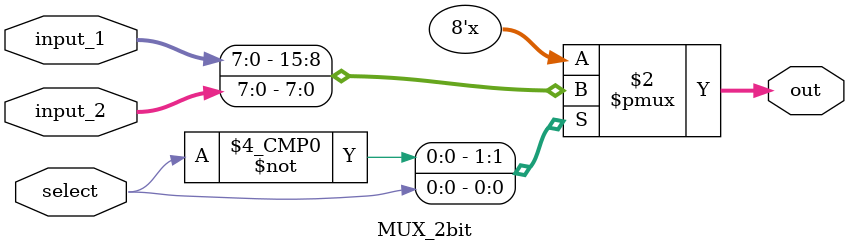
<source format=v>
module MUX_2bit (
    select,
    input_1,
    input_2,
    out
);
    input wire select;
    input wire [7:0]input_1;
    input wire [7:0]input_2;
    output reg [7:0]out;
    
    always @(*) begin
        case(select)
            1'b0: out <= input_1;
            1'b1: out <= input_2;
        endcase
    end
endmodule
</source>
